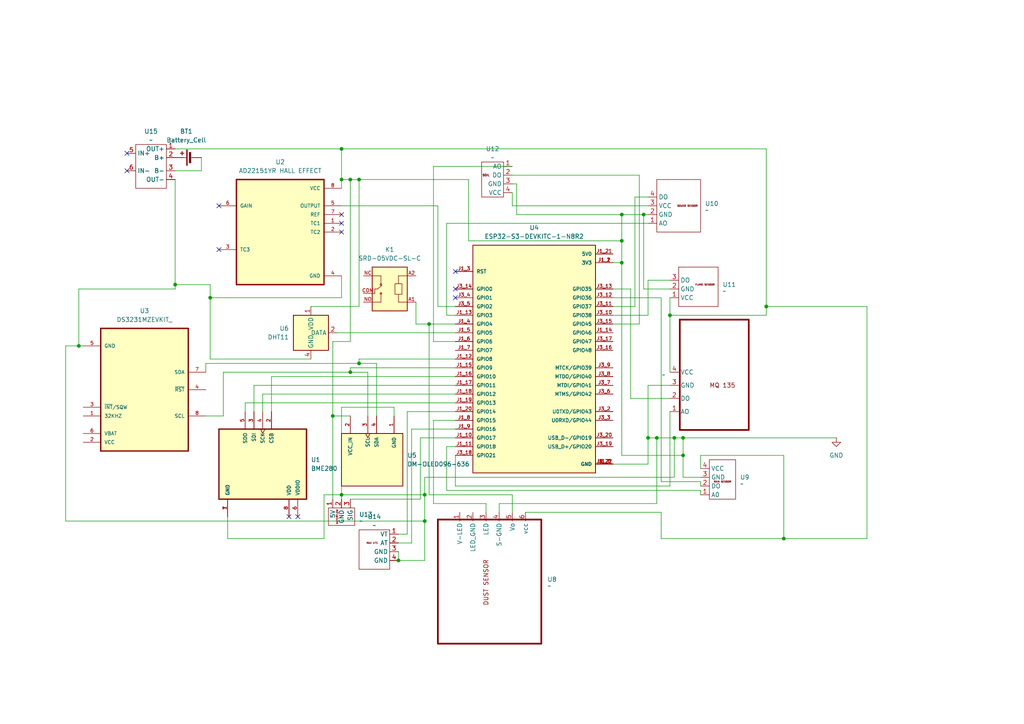
<source format=kicad_sch>
(kicad_sch (version 20231120) (generator "eeschema") (generator_version "8.0")
  (paper "A4")
  (lib_symbols
    (symbol "AD22151YR:AD22151YR" (pin_names (offset 1.016))
      (property "Reference" "U" (at -12.7 16.24 0))
      (property "Value" "AD22151YR" (at -12.7 -19.24 0))
      (symbol "AD22151YR_0_0"
        (rectangle (start -12.7 -15.24) (end 12.7 15.24) (stroke (width 0.41)) (fill (type background)))
        (pin output line (at 17.78 2.54 180) (length 5.08) (name "TC1") (number "1"))
        (pin output line (at 17.78 0 180) (length 5.08) (name "TC2") (number "2"))
        (pin bidirectional line (at -17.78 -5.08 0) (length 5.08) (name "TC3") (number "3"))
        (pin power_in line (at 17.78 -12.7 180) (length 5.08) (name "GND") (number "4"))
        (pin output line (at 17.78 7.62 180) (length 5.08) (name "OUTPUT") (number "5"))
        (pin input line (at -17.78 7.62 0) (length 5.08) (name "GAIN") (number "6"))
        (pin output line (at 17.78 5.08 180) (length 5.08) (name "REF") (number "7"))
        (pin power_in line (at 17.78 12.7 180) (length 5.08) (name "VCC") (number "8"))
      )
    )
    (symbol "BME280:BME280" (pin_names (offset 1.016))
      (property "Reference" "U" (at -10.1662 13.3431 0))
      (property "Value" "BME280" (at -10.1683 -15.2524 0))
      (symbol "BME280_0_0"
        (rectangle (start -10.16 -12.7) (end 10.16 12.7) (stroke (width 0.4064)) (fill (type background)))
        (pin power_in line (at 15.24 -10.16 180) (length 5.08) (name "GND") (number "1"))
        (pin input line (at -15.24 2.54 0) (length 5.08) (name "CSB") (number "2"))
        (pin bidirectional line (at -15.24 -2.54 0) (length 5.08) (name "SDI") (number "3"))
        (pin input clock (at -15.24 0 0) (length 5.08) (name "SCK") (number "4"))
        (pin bidirectional line (at -15.24 -5.08 0) (length 5.08) (name "SDO") (number "5"))
        (pin power_in line (at 15.24 10.16 180) (length 5.08) (name "VDDIO") (number "6"))
        (pin power_in line (at 15.24 -10.16 180) (length 5.08) (name "GND") (number "7"))
        (pin power_in line (at 15.24 7.62 180) (length 5.08) (name "VDD") (number "8"))
      )
    )
    (symbol "DM-OLED096-636:DM-OLED096-636" (pin_names (offset 1.016))
      (property "Reference" "U" (at -7.62 10.922 0))
      (property "Value" "DM-OLED096-636" (at -7.62 -10.16 0))
      (symbol "DM-OLED096-636_0_0"
        (rectangle (start -7.62 -7.62) (end 7.62 10.16) (stroke (width 0.254)) (fill (type background)))
        (pin power_in line (at 12.7 -5.08 180) (length 5.08) (name "GND") (number "1"))
        (pin power_in line (at 12.7 7.62 180) (length 5.08) (name "VCC_IN") (number "2"))
        (pin input clock (at 12.7 2.54 180) (length 5.08) (name "SCL") (number "3"))
        (pin bidirectional line (at 12.7 0 180) (length 5.08) (name "SDA") (number "4"))
      )
    )
    (symbol "DS3231MZEVKIT_:DS3231MZEVKIT_" (pin_names (offset 1.016))
      (property "Reference" "U" (at -12.7 18.78 0))
      (property "Value" "DS3231MZEVKIT_" (at -12.7 -21.78 0))
      (symbol "DS3231MZEVKIT__0_0"
        (rectangle (start -12.7 -17.78) (end 12.7 17.78) (stroke (width 0.41)) (fill (type background)))
        (pin output line (at 17.78 7.62 180) (length 5.08) (name "32KHZ") (number "1"))
        (pin power_in line (at 17.78 15.24 180) (length 5.08) (name "VCC") (number "2"))
        (pin output line (at 17.78 5.08 180) (length 5.08) (name "~{INT}/SQW") (number "3"))
        (pin bidirectional line (at -17.78 0 0) (length 5.08) (name "~{RST}") (number "4"))
        (pin power_in line (at 17.78 -12.7 180) (length 5.08) (name "GND") (number "5"))
        (pin power_in line (at 17.78 12.7 180) (length 5.08) (name "VBAT") (number "6"))
        (pin bidirectional line (at -17.78 -5.08 0) (length 5.08) (name "SDA") (number "7"))
        (pin input line (at -17.78 7.62 0) (length 5.08) (name "SCL") (number "8"))
      )
    )
    (symbol "Device:Battery_Cell" (pin_numbers hide) (pin_names (offset 0) hide)
      (property "Reference" "BT" (at 2.54 2.54 0))
      (property "Value" "Battery_Cell" (at 2.54 0 0))
      (symbol "Battery_Cell_0_1"
        (rectangle (start -2.286 1.778) (end 2.286 1.524) (fill (type outline)))
        (rectangle (start -1.524 1.016) (end 1.524 0.508) (fill (type outline)))
        (polyline (pts (xy 0 0.762) (xy 0 0)))
        (polyline (pts (xy 0 1.778) (xy 0 2.54)))
        (polyline (pts (xy 0.762 3.048) (xy 1.778 3.048)) (stroke (width 0.254)))
        (polyline (pts (xy 1.27 3.556) (xy 1.27 2.54)) (stroke (width 0.254)))
      )
      (symbol "Battery_Cell_1_1"
        (pin passive line (at 0 5.08 270) (length 2.54) (name "+") (number "1"))
        (pin passive line (at 0 -2.54 90) (length 2.54) (name "-") (number "2"))
      )
    )
    (symbol "ESP32-S3-DEVKITC-1-N8R2:ESP32-S3-DEVKITC-1-N8R2" (pin_names (offset 1.016))
      (property "Reference" "U" (at -17.78 35.56 0))
      (property "Value" "ESP32-S3-DEVKITC-1-N8R2" (at -17.78 -35.56 0))
      (symbol "ESP32-S3-DEVKITC-1-N8R2_0_0"
        (rectangle (start -17.78 -33.02) (end 17.78 33.02) (stroke (width 0.254)) (fill (type background)))
        (pin power_in line (at 22.86 27.94 180) (length 5.08) (name "3V3") (number "J1_1"))
        (pin bidirectional line (at -22.86 -22.86 0) (length 5.08) (name "GPIO17") (number "J1_10"))
        (pin bidirectional line (at -22.86 -25.4 0) (length 5.08) (name "GPIO18") (number "J1_11"))
        (pin bidirectional line (at -22.86 0 0) (length 5.08) (name "GPIO8") (number "J1_12"))
        (pin bidirectional line (at -22.86 12.7 0) (length 5.08) (name "GPIO3") (number "J1_13"))
        (pin bidirectional line (at 22.86 7.62 180) (length 5.08) (name "GPIO46") (number "J1_14"))
        (pin bidirectional line (at -22.86 -2.54 0) (length 5.08) (name "GPIO9") (number "J1_15"))
        (pin bidirectional line (at -22.86 -5.08 0) (length 5.08) (name "GPIO10") (number "J1_16"))
        (pin bidirectional line (at -22.86 -7.62 0) (length 5.08) (name "GPIO11") (number "J1_17"))
        (pin bidirectional line (at -22.86 -10.16 0) (length 5.08) (name "GPIO12") (number "J1_18"))
        (pin bidirectional line (at -22.86 -12.7 0) (length 5.08) (name "GPIO13") (number "J1_19"))
        (pin power_in line (at 22.86 27.94 180) (length 5.08) (name "3V3") (number "J1_2"))
        (pin bidirectional line (at -22.86 -15.24 0) (length 5.08) (name "GPIO14") (number "J1_20"))
        (pin power_in line (at 22.86 30.48 180) (length 5.08) (name "5V0") (number "J1_21"))
        (pin power_in line (at 22.86 -30.48 180) (length 5.08) (name "GND") (number "J1_22"))
        (pin input line (at -22.86 25.4 0) (length 5.08) (name "RST") (number "J1_3"))
        (pin bidirectional line (at -22.86 10.16 0) (length 5.08) (name "GPIO4") (number "J1_4"))
        (pin bidirectional line (at -22.86 7.62 0) (length 5.08) (name "GPIO5") (number "J1_5"))
        (pin bidirectional line (at -22.86 5.08 0) (length 5.08) (name "GPIO6") (number "J1_6"))
        (pin bidirectional line (at -22.86 2.54 0) (length 5.08) (name "GPIO7") (number "J1_7"))
        (pin bidirectional line (at -22.86 -17.78 0) (length 5.08) (name "GPIO15") (number "J1_8"))
        (pin bidirectional line (at -22.86 -20.32 0) (length 5.08) (name "GPIO16") (number "J1_9"))
        (pin power_in line (at 22.86 -30.48 180) (length 5.08) (name "GND") (number "J3_1"))
        (pin bidirectional line (at 22.86 12.7 180) (length 5.08) (name "GPIO38") (number "J3_10"))
        (pin bidirectional line (at 22.86 15.24 180) (length 5.08) (name "GPIO37") (number "J3_11"))
        (pin bidirectional line (at 22.86 17.78 180) (length 5.08) (name "GPIO36") (number "J3_12"))
        (pin bidirectional line (at 22.86 20.32 180) (length 5.08) (name "GPIO35") (number "J3_13"))
        (pin bidirectional line (at -22.86 20.32 0) (length 5.08) (name "GPIO0") (number "J3_14"))
        (pin bidirectional line (at 22.86 10.16 180) (length 5.08) (name "GPIO45") (number "J3_15"))
        (pin bidirectional line (at 22.86 2.54 180) (length 5.08) (name "GPIO48") (number "J3_16"))
        (pin bidirectional line (at 22.86 5.08 180) (length 5.08) (name "GPIO47") (number "J3_17"))
        (pin bidirectional line (at -22.86 -27.94 0) (length 5.08) (name "GPIO21") (number "J3_18"))
        (pin bidirectional line (at 22.86 -25.4 180) (length 5.08) (name "USB_D+/GPIO20") (number "J3_19"))
        (pin bidirectional line (at 22.86 -15.24 180) (length 5.08) (name "U0TXD/GPIO43") (number "J3_2"))
        (pin bidirectional line (at 22.86 -22.86 180) (length 5.08) (name "USB_D-/GPIO19") (number "J3_20"))
        (pin power_in line (at 22.86 -30.48 180) (length 5.08) (name "GND") (number "J3_21"))
        (pin power_in line (at 22.86 -30.48 180) (length 5.08) (name "GND") (number "J3_22"))
        (pin bidirectional line (at 22.86 -17.78 180) (length 5.08) (name "U0RXD/GPIO44") (number "J3_3"))
        (pin bidirectional line (at -22.86 17.78 0) (length 5.08) (name "GPIO1") (number "J3_4"))
        (pin bidirectional line (at -22.86 15.24 0) (length 5.08) (name "GPIO2") (number "J3_5"))
        (pin bidirectional line (at 22.86 -10.16 180) (length 5.08) (name "MTMS/GPIO42") (number "J3_6"))
        (pin bidirectional line (at 22.86 -7.62 180) (length 5.08) (name "MTDI/GPIO41") (number "J3_7"))
        (pin bidirectional line (at 22.86 -5.08 180) (length 5.08) (name "MTDO/GPIO40") (number "J3_8"))
        (pin bidirectional line (at 22.86 -2.54 180) (length 5.08) (name "MTCK/GPIO39") (number "J3_9"))
      )
    )
    (symbol "New_Library:DUST_SENSOR"
      (property "Reference" "U8" (at 28.7951 0 90))
      (property "Value" "~" (at 26.89 0 90))
      (symbol "DUST_SENSOR_1_1"
        (rectangle (start 10.16 31.75) (end 46.16 1.75) (stroke (width 0.5)))
        (text "DUST SENSOR\n" (at 27.94 17.78 0) (effects (font (size 1.27 1.27))))
        (pin input line (at 48.26 25.4 180) (length 2.54) (name "V-LED") (number "1"))
        (pin input line (at 48.26 21.59 180) (length 2.54) (name "LED_GND") (number "2"))
        (pin input line (at 48.26 17.78 180) (length 2.54) (name "LED") (number "3"))
        (pin input line (at 48.26 13.97 180) (length 2.54) (name "S-GND") (number "4"))
        (pin input line (at 48.26 10.16 180) (length 2.54) (name "Vo") (number "5"))
        (pin input line (at 48.26 6.35 180) (length 2.54) (name "vcc") (number "6"))
      )
    )
    (symbol "New_Library:FLAME_SENSOR"
      (property "Reference" "U" (at -34.29 0 0))
      (symbol "FLAME_SENSOR_0_1"
        (rectangle (start 0 13.97) (end 11.43 2.54))
      )
      (symbol "FLAME_SENSOR_1_1"
        (text "FLAME SENSOR\n" (at 3.81 7.62 0) (effects (font (size 0.5 0.5))))
        (pin input line (at 13.97 11.43 180) (length 2.54) (name "VCC") (number "1"))
        (pin input line (at 13.97 8.89 180) (length 2.54) (name "GND") (number "2"))
        (pin input line (at 13.97 6.35 180) (length 2.54) (name "DO") (number "3"))
      )
    )
    (symbol "New_Library:MAX_471"
      (property "Reference" "U" (at -12.7 -2.54 0))
      (symbol "MAX_471_0_1"
        (rectangle (start 0 11.43) (end 8.89 0))
      )
      (symbol "MAX_471_1_1"
        (text "MAX 471\n" (at 3.81 7.62 0) (effects (font (size 0.5 0.5))))
        (pin input line (at 11.43 10.16 180) (length 2.54) (name "VT") (number "1"))
        (pin input line (at 11.43 7.62 180) (length 2.54) (name "AT") (number "2"))
        (pin input line (at 11.43 5.08 180) (length 2.54) (name "GND") (number "3"))
        (pin input line (at 11.43 2.54 180) (length 2.54) (name "GND") (number "4"))
      )
    )
    (symbol "New_Library:RAIN_SENSOR"
      (property "Reference" "U" (at -20.32 2.54 0))
      (symbol "RAIN_SENSOR_0_1"
        (rectangle (start 0 11.43) (end 7.62 0))
      )
      (symbol "RAIN_SENSOR_1_1"
        (text "RAIN SENSOR\n" (at 3.81 6.35 0) (effects (font (size 0.5 0.5))))
        (pin input line (at 10.16 10.16 180) (length 2.54) (name "A0") (number "1"))
        (pin input line (at 10.16 7.62 180) (length 2.54) (name "DO") (number "2"))
        (pin input line (at 10.16 5.08 180) (length 2.54) (name "GND") (number "3"))
        (pin input line (at 10.16 2.54 180) (length 2.54) (name "VCC") (number "4"))
      )
    )
    (symbol "New_Library:SOIL_MOISTURE"
      (property "Reference" "U" (at -3.81 -1.27 0))
      (symbol "SOIL_MOISTURE_0_1"
        (rectangle (start 0 10.16) (end 6.35 0))
      )
      (symbol "SOIL_MOISTURE_1_1"
        (text "SOIL" (at 1.27 6.35 0) (effects (font (size 0.6 0.6))))
        (pin input line (at 8.89 8.89 180) (length 2.54) (name "AO") (number "1"))
        (pin input line (at 8.89 6.35 180) (length 2.54) (name "DO") (number "2"))
        (pin input line (at 8.89 3.81 180) (length 2.54) (name "GND") (number "3"))
        (pin input line (at 8.89 1.27 180) (length 2.54) (name "VCC") (number "4"))
      )
    )
    (symbol "New_Library:SOUND_SENSOR"
      (property "Reference" "U" (at -13.97 -2.54 0))
      (symbol "SOUND_SENSOR_0_1"
        (rectangle (start 0 0) (end 12.7 15.24))
      )
      (symbol "SOUND_SENSOR_1_1"
        (text "SOUND SENSOR\n" (at 3.81 7.62 0) (effects (font (size 0.5 0.5))))
        (pin input line (at 15.24 12.7 180) (length 2.54) (name "AO") (number "1"))
        (pin input line (at 15.24 10.16 180) (length 2.54) (name "GND") (number "2"))
        (pin input line (at 15.24 7.62 180) (length 2.54) (name "VCC") (number "3"))
        (pin input line (at 15.24 5.08 180) (length 2.54) (name "DO") (number "4"))
      )
    )
    (symbol "New_Library:TP_4056"
      (property "Reference" "U" (at -11.43 -6.35 0))
      (symbol "TP_4056_0_1"
        (rectangle (start 0 0) (end 8.89 12.7))
      )
      (symbol "TP_4056_1_1"
        (pin input line (at 11.43 11.43 180) (length 2.54) (name "OUT+") (number "1"))
        (pin input line (at 11.43 8.89 180) (length 2.54) (name "B+") (number "2"))
        (pin input line (at 11.43 5.08 180) (length 2.54) (name "B-") (number "3"))
        (pin input line (at 11.43 2.54 180) (length 2.54) (name "OUT-") (number "4"))
        (pin input line (at -2.54 10.16 0) (length 2.54) (name "IN+") (number "5"))
        (pin input line (at -2.54 5.08 0) (length 2.54) (name "IN-") (number "6"))
      )
    )
    (symbol "New_Library:WATERFLOW"
      (property "Reference" "U" (at -8.89 -6.35 0))
      (symbol "WATERFLOW_0_1"
        (rectangle (start 0 7.62) (end 5.08 0))
      )
      (symbol "WATERFLOW_1_1"
        (text "WATERFLOW" (at 2.54 5.08 0) (effects (font (size 0.5 0.5))))
        (pin input line (at 7.62 6.35 180) (length 2.54) (name "5V") (number "1"))
        (pin input line (at 7.62 3.81 180) (length 2.54) (name "GND") (number "2"))
        (pin input line (at 7.62 1.27 180) (length 2.54) (name "SIG") (number "3"))
      )
    )
    (symbol "New_Library:mq135"
      (property "Value" "~" (at 24.13 16 0))
      (symbol "mq135_0_1"
        (rectangle (start 0 32) (end 20 0) (stroke (width 0.5)))
      )
      (symbol "mq135_1_1"
        (text "MQ 135\n" (at 7.62 19.05 0) (effects (font (size 1.27 1.27))))
        (pin input line (at 22.86 26.67 180) (length 2.54) (name "AO") (number "1"))
        (pin input line (at 22.86 22.86 180) (length 2.54) (name "DO") (number "2"))
        (pin input line (at 22.86 19.05 180) (length 2.54) (name "GND") (number "3"))
        (pin input line (at 22.86 15.24 180) (length 2.54) (name "VCC") (number "4"))
      )
    )
    (symbol "SRD-05VDC-SL-C:SRD-05VDC-SL-C" (pin_names (offset 1.016))
      (property "Reference" "K" (at -5.0809 5.843 0))
      (property "Value" "SRD-05VDC-SL-C" (at -5.0832 -10.1664 0))
      (symbol "SRD-05VDC-SL-C_0_0"
        (rectangle (start -5.08 -7.62) (end 5.08 5.08) (stroke (width 0.254)) (fill (type background)))
        (polyline (pts (xy -5.08 2.54) (xy -2.54 2.54)) (stroke (width 0.1524)))
        (polyline (pts (xy -3.556 -2.794) (xy -2.54 -2.794)) (stroke (width 0.1524)))
        (polyline (pts (xy -3.556 0.254) (xy -3.556 -2.794)) (stroke (width 0.1524)))
        (polyline (pts (xy -2.54 -5.08) (xy -5.08 -5.08)) (stroke (width 0.1524)))
        (polyline (pts (xy -2.54 -2.794) (xy -2.54 -5.08)) (stroke (width 0.1524)))
        (polyline (pts (xy -2.54 -2.794) (xy -1.524 -2.794)) (stroke (width 0.1524)))
        (polyline (pts (xy -2.54 0.254) (xy -3.556 0.254)) (stroke (width 0.1524)))
        (polyline (pts (xy -2.54 2.54) (xy -2.54 0.254)) (stroke (width 0.1524)))
        (polyline (pts (xy -1.524 -2.794) (xy -1.524 0.254)) (stroke (width 0.1524)))
        (polyline (pts (xy -1.524 0.254) (xy -2.54 0.254)) (stroke (width 0.1524)))
        (polyline (pts (xy 2.54 -5.08) (xy 5.08 -5.08)) (stroke (width 0.1524)))
        (polyline (pts (xy 2.54 -2.54) (xy 2.54 -5.08)) (stroke (width 0.1524)))
        (polyline (pts (xy 2.54 2.54) (xy 2.54 0)) (stroke (width 0.1524)))
        (polyline (pts (xy 3.556 -1.27) (xy 2.286 -2.286)) (stroke (width 0.1524)))
        (polyline (pts (xy 3.556 -1.27) (xy 4.318 -1.27)) (stroke (width 0.1524)))
        (polyline (pts (xy 4.318 -1.27) (xy 4.318 0)) (stroke (width 0.1524)))
        (polyline (pts (xy 4.318 0) (xy 5.08 0)) (stroke (width 0.1524)))
        (polyline (pts (xy 5.08 2.54) (xy 2.54 2.54)) (stroke (width 0.1524)))
        (circle (center 2.54 -2.54) (radius 0.254) (stroke (width 0.1524)))
        (circle (center 2.54 0) (radius 0.254) (stroke (width 0.1524)))
        (pin passive line (at -7.62 2.54 0) (length 2.54) (name "~") (number "A1"))
        (pin passive line (at -7.62 -5.08 0) (length 2.54) (name "~") (number "A2"))
        (pin passive line (at 7.62 0 180) (length 2.54) (name "~") (number "COM"))
        (pin passive line (at 7.62 -5.08 180) (length 2.54) (name "~") (number "NC"))
        (pin passive line (at 7.62 2.54 180) (length 2.54) (name "~") (number "NO"))
      )
    )
    (symbol "Sensor:DHT11"
      (property "Reference" "U" (at -3.81 6.35 0))
      (property "Value" "DHT11" (at 3.81 6.35 0))
      (symbol "DHT11_0_1"
        (rectangle (start -5.08 5.08) (end 5.08 -5.08) (stroke (width 0.254)) (fill (type background)))
      )
      (symbol "DHT11_1_1"
        (pin power_in line (at 0 7.62 270) (length 2.54) (name "VDD") (number "1"))
        (pin bidirectional line (at 7.62 0 180) (length 2.54) (name "DATA") (number "2"))
        (pin no_connect line (at -5.08 0 0) (length 2.54) hide (name "NC") (number "3"))
        (pin power_in line (at 0 -7.62 90) (length 2.54) (name "GND") (number "4"))
      )
    )
    (symbol "power:GND" (power) (pin_numbers hide) (pin_names (offset 0) hide)
      (property "Value" "GND" (at 0 -3.81 0))
      (symbol "GND_0_1"
        (polyline (pts (xy 0 0) (xy 0 -1.27) (xy 1.27 -1.27) (xy 0 -2.54) (xy -1.27 -1.27) (xy 0 -1.27)))
      )
      (symbol "GND_1_1"
        (pin power_in line (at 0 0 270) (length 0) (name "~") (number "1"))
      )
    )
  )
  (junction (at 104.14 52.07))
  (junction (at 99.06 43.18))
  (junction (at 124.46 93.98))
  (junction (at 96.52 120.65))
  (junction (at 99.06 143.51))
  (junction (at 115.57 162.56))
  (junction (at 180.34 69.85))
  (junction (at 104.14 105.41))
  (junction (at 60.96 86.36))
  (junction (at 123.19 143.51))
  (junction (at 22.86 100.33))
  (junction (at 186.69 62.23))
  (junction (at 187.96 127))
  (junction (at 101.6 52.07))
  (junction (at 123.19 151.13))
  (junction (at 180.34 62.23))
  (junction (at 99.06 52.07))
  (junction (at 195.58 127))
  (junction (at 222.25 88.9))
  (junction (at 190.5 127))
  (junction (at 101.6 107.95))
  (junction (at 180.34 76.2))
  (junction (at 50.8 82.55))
  (junction (at 227.33 156.21))
  (junction (at 194.31 91.44))
  (junction (at 198.12 132.08))
  (junction (at 198.12 127))
  (no_connect (at 36.83 44.45))
  (no_connect (at 36.83 49.53))
  (no_connect (at 132.08 78.74))
  (no_connect (at 99.06 62.23))
  (no_connect (at 99.06 64.77))
  (no_connect (at 63.5 59.69))
  (no_connect (at 132.08 83.82))
  (no_connect (at 63.5 72.39))
  (no_connect (at 99.06 67.31))
  (no_connect (at 132.08 86.36))
  (no_connect (at 86.36 149.86))
  (no_connect (at 83.82 149.86))
  (wire (pts (xy 185.42 50.8) (xy 185.42 93.98)))
  (wire (pts (xy 194.31 91.44) (xy 222.25 91.44)))
  (wire (pts (xy 125.73 48.26) (xy 125.73 99.06)))
  (wire (pts (xy 198.12 132.08) (xy 198.12 127)))
  (wire (pts (xy 127 59.69) (xy 99.06 59.69)))
  (wire (pts (xy 90.17 104.14) (xy 60.96 104.14)))
  (wire (pts (xy 96.52 120.65) (xy 96.52 99.06)))
  (wire (pts (xy 99.06 118.11) (xy 99.06 143.51)))
  (wire (pts (xy 50.8 43.18) (xy 99.06 43.18)))
  (wire (pts (xy 129.54 129.54) (xy 129.54 142.24)))
  (wire (pts (xy 182.88 115.57) (xy 182.88 83.82)))
  (wire (pts (xy 96.52 99.06) (xy 101.6 99.06)))
  (wire (pts (xy 203.2 142.24) (xy 203.2 143.51)))
  (wire (pts (xy 203.2 135.89) (xy 203.2 132.08)))
  (wire (pts (xy 194.31 81.28) (xy 187.96 81.28)))
  (wire (pts (xy 195.58 127) (xy 198.12 127)))
  (wire (pts (xy 125.73 99.06) (xy 132.08 99.06)))
  (wire (pts (xy 203.2 138.43) (xy 198.12 138.43)))
  (wire (pts (xy 187.96 127) (xy 190.5 127)))
  (wire (pts (xy 227.33 156.21) (xy 251.46 156.21)))
  (wire (pts (xy 71.12 116.84) (xy 71.12 119.38)))
  (wire (pts (xy 19.05 100.33) (xy 19.05 151.13)))
  (wire (pts (xy 132.08 109.22) (xy 78.74 109.22)))
  (wire (pts (xy 97.79 96.52) (xy 132.08 96.52)))
  (wire (pts (xy 124.46 93.98) (xy 124.46 143.51)))
  (wire (pts (xy 177.8 88.9) (xy 184.15 88.9)))
  (wire (pts (xy 118.11 154.94) (xy 115.57 154.94)))
  (wire (pts (xy 66.04 156.21) (xy 93.98 156.21)))
  (wire (pts (xy 194.31 140.97) (xy 194.31 119.38)))
  (wire (pts (xy 50.8 83.82) (xy 22.86 83.82)))
  (wire (pts (xy 114.3 118.11) (xy 99.06 118.11)))
  (wire (pts (xy 177.8 83.82) (xy 182.88 83.82)))
  (wire (pts (xy 123.19 162.56) (xy 123.19 151.13)))
  (wire (pts (xy 58.42 49.53) (xy 50.8 49.53)))
  (wire (pts (xy 132.08 121.92) (xy 125.73 121.92)))
  (wire (pts (xy 132.08 140.97) (xy 194.31 140.97)))
  (wire (pts (xy 101.6 52.07) (xy 104.14 52.07)))
  (wire (pts (xy 109.22 105.41) (xy 104.14 105.41)))
  (wire (pts (xy 185.42 93.98) (xy 177.8 93.98)))
  (wire (pts (xy 132.08 91.44) (xy 129.54 91.44)))
  (wire (pts (xy 19.05 151.13) (xy 123.19 151.13)))
  (wire (pts (xy 222.25 91.44) (xy 222.25 88.9)))
  (wire (pts (xy 99.06 52.07) (xy 101.6 52.07)))
  (wire (pts (xy 99.06 80.01) (xy 99.06 86.36)))
  (wire (pts (xy 121.92 127) (xy 121.92 144.78)))
  (wire (pts (xy 104.14 104.14) (xy 104.14 105.41)))
  (wire (pts (xy 99.06 52.07) (xy 99.06 54.61)))
  (wire (pts (xy 251.46 88.9) (xy 222.25 88.9)))
  (wire (pts (xy 144.78 148.59) (xy 144.78 146.05)))
  (wire (pts (xy 123.19 143.51) (xy 123.19 138.43)))
  (wire (pts (xy 99.06 86.36) (xy 60.96 86.36)))
  (wire (pts (xy 127 88.9) (xy 127 59.69)))
  (wire (pts (xy 195.58 138.43) (xy 195.58 127)))
  (wire (pts (xy 106.68 107.95) (xy 101.6 107.95)))
  (wire (pts (xy 129.54 64.77) (xy 187.96 64.77)))
  (wire (pts (xy 191.77 139.7) (xy 203.2 139.7)))
  (wire (pts (xy 132.08 93.98) (xy 124.46 93.98)))
  (wire (pts (xy 50.8 52.07) (xy 50.8 82.55)))
  (wire (pts (xy 132.08 129.54) (xy 129.54 129.54)))
  (wire (pts (xy 125.73 121.92) (xy 125.73 146.05)))
  (wire (pts (xy 78.74 109.22) (xy 78.74 119.38)))
  (wire (pts (xy 194.31 86.36) (xy 194.31 91.44)))
  (wire (pts (xy 251.46 156.21) (xy 251.46 88.9)))
  (wire (pts (xy 93.98 143.51) (xy 99.06 143.51)))
  (wire (pts (xy 106.68 107.95) (xy 106.68 120.65)))
  (wire (pts (xy 222.25 43.18) (xy 99.06 43.18)))
  (wire (pts (xy 96.52 144.78) (xy 96.52 120.65)))
  (wire (pts (xy 194.31 115.57) (xy 182.88 115.57)))
  (wire (pts (xy 129.54 142.24) (xy 203.2 142.24)))
  (wire (pts (xy 184.15 57.15) (xy 184.15 88.9)))
  (wire (pts (xy 104.14 105.41) (xy 59.69 105.41)))
  (wire (pts (xy 104.14 52.07) (xy 135.89 52.07)))
  (wire (pts (xy 186.69 62.23) (xy 186.69 83.82)))
  (wire (pts (xy 190.5 127) (xy 195.58 127)))
  (wire (pts (xy 180.34 76.2) (xy 177.8 76.2)))
  (wire (pts (xy 22.86 83.82) (xy 22.86 100.33)))
  (wire (pts (xy 93.98 156.21) (xy 93.98 143.51)))
  (wire (pts (xy 76.2 114.3) (xy 76.2 119.38)))
  (wire (pts (xy 187.96 91.44) (xy 177.8 91.44)))
  (wire (pts (xy 194.31 91.44) (xy 194.31 107.95)))
  (wire (pts (xy 149.86 53.34) (xy 148.59 53.34)))
  (wire (pts (xy 222.25 88.9) (xy 222.25 43.18)))
  (wire (pts (xy 109.22 105.41) (xy 109.22 120.65)))
  (wire (pts (xy 149.86 62.23) (xy 149.86 53.34)))
  (wire (pts (xy 132.08 104.14) (xy 104.14 104.14)))
  (wire (pts (xy 187.96 62.23) (xy 186.69 62.23)))
  (wire (pts (xy 187.96 111.76) (xy 187.96 127)))
  (wire (pts (xy 180.34 62.23) (xy 180.34 69.85)))
  (wire (pts (xy 118.11 119.38) (xy 118.11 154.94)))
  (wire (pts (xy 132.08 132.08) (xy 132.08 140.97)))
  (wire (pts (xy 71.12 116.84) (xy 132.08 116.84)))
  (wire (pts (xy 90.17 88.9) (xy 104.14 88.9)))
  (wire (pts (xy 132.08 119.38) (xy 118.11 119.38)))
  (wire (pts (xy 180.34 62.23) (xy 149.86 62.23)))
  (wire (pts (xy 203.2 132.08) (xy 227.33 132.08)))
  (wire (pts (xy 177.8 134.62) (xy 187.96 134.62)))
  (wire (pts (xy 115.57 162.56) (xy 123.19 162.56)))
  (wire (pts (xy 187.96 57.15) (xy 184.15 57.15)))
  (wire (pts (xy 227.33 132.08) (xy 227.33 156.21)))
  (wire (pts (xy 64.77 107.95) (xy 64.77 120.65)))
  (wire (pts (xy 120.65 93.98) (xy 120.65 87.63)))
  (wire (pts (xy 148.59 59.69) (xy 187.96 59.69)))
  (wire (pts (xy 132.08 88.9) (xy 127 88.9)))
  (wire (pts (xy 129.54 91.44) (xy 129.54 64.77)))
  (wire (pts (xy 148.59 143.51) (xy 148.59 148.59)))
  (wire (pts (xy 60.96 86.36) (xy 60.96 82.55)))
  (wire (pts (xy 60.96 82.55) (xy 50.8 82.55)))
  (wire (pts (xy 177.8 86.36) (xy 191.77 86.36)))
  (wire (pts (xy 132.08 106.68) (xy 101.6 106.68)))
  (wire (pts (xy 114.3 120.65) (xy 114.3 118.11)))
  (wire (pts (xy 58.42 45.72) (xy 58.42 49.53)))
  (wire (pts (xy 180.34 132.08) (xy 198.12 132.08)))
  (wire (pts (xy 203.2 139.7) (xy 203.2 140.97)))
  (wire (pts (xy 180.34 69.85) (xy 180.34 76.2)))
  (wire (pts (xy 99.06 143.51) (xy 99.06 144.78)))
  (wire (pts (xy 132.08 127) (xy 121.92 127)))
  (wire (pts (xy 64.77 120.65) (xy 59.69 120.65)))
  (wire (pts (xy 73.66 111.76) (xy 73.66 119.38)))
  (wire (pts (xy 191.77 156.21) (xy 227.33 156.21)))
  (wire (pts (xy 104.14 88.9) (xy 104.14 52.07)))
  (wire (pts (xy 119.38 124.46) (xy 119.38 157.48)))
  (wire (pts (xy 198.12 127) (xy 242.57 127)))
  (wire (pts (xy 187.96 134.62) (xy 187.96 127)))
  (wire (pts (xy 124.46 143.51) (xy 148.59 143.51)))
  (wire (pts (xy 132.08 111.76) (xy 73.66 111.76)))
  (wire (pts (xy 148.59 55.88) (xy 148.59 59.69)))
  (wire (pts (xy 125.73 146.05) (xy 140.97 146.05)))
  (wire (pts (xy 50.8 82.55) (xy 50.8 83.82)))
  (wire (pts (xy 180.34 76.2) (xy 180.34 132.08)))
  (wire (pts (xy 148.59 50.8) (xy 185.42 50.8)))
  (wire (pts (xy 101.6 52.07) (xy 101.6 99.06)))
  (wire (pts (xy 96.52 120.65) (xy 101.6 120.65)))
  (wire (pts (xy 144.78 146.05) (xy 190.5 146.05)))
  (wire (pts (xy 132.08 124.46) (xy 119.38 124.46)))
  (wire (pts (xy 152.4 148.59) (xy 191.77 148.59)))
  (wire (pts (xy 123.19 151.13) (xy 123.19 143.51)))
  (wire (pts (xy 198.12 138.43) (xy 198.12 132.08)))
  (wire (pts (xy 135.89 69.85) (xy 180.34 69.85)))
  (wire (pts (xy 99.06 143.51) (xy 123.19 143.51)))
  (wire (pts (xy 22.86 100.33) (xy 19.05 100.33)))
  (wire (pts (xy 191.77 148.59) (xy 191.77 156.21)))
  (wire (pts (xy 190.5 146.05) (xy 190.5 127)))
  (wire (pts (xy 119.38 157.48) (xy 115.57 157.48)))
  (wire (pts (xy 132.08 114.3) (xy 76.2 114.3)))
  (wire (pts (xy 24.13 100.33) (xy 22.86 100.33)))
  (wire (pts (xy 135.89 52.07) (xy 135.89 69.85)))
  (wire (pts (xy 59.69 105.41) (xy 59.69 107.95)))
  (wire (pts (xy 187.96 81.28) (xy 187.96 91.44)))
  (wire (pts (xy 101.6 106.68) (xy 101.6 107.95)))
  (wire (pts (xy 148.59 48.26) (xy 125.73 48.26)))
  (wire (pts (xy 99.06 43.18) (xy 99.06 52.07)))
  (wire (pts (xy 115.57 160.02) (xy 115.57 162.56)))
  (wire (pts (xy 66.04 149.86) (xy 66.04 156.21)))
  (wire (pts (xy 186.69 62.23) (xy 180.34 62.23)))
  (wire (pts (xy 186.69 83.82) (xy 194.31 83.82)))
  (wire (pts (xy 123.19 138.43) (xy 195.58 138.43)))
  (wire (pts (xy 191.77 86.36) (xy 191.77 139.7)))
  (wire (pts (xy 140.97 146.05) (xy 140.97 148.59)))
  (wire (pts (xy 121.92 144.78) (xy 101.6 144.78)))
  (wire (pts (xy 60.96 104.14) (xy 60.96 86.36)))
  (wire (pts (xy 194.31 111.76) (xy 187.96 111.76)))
  (wire (pts (xy 101.6 107.95) (xy 64.77 107.95)))
  (wire (pts (xy 124.46 93.98) (xy 120.65 93.98)))
  (symbol (lib_id "SRD-05VDC-SL-C:SRD-05VDC-SL-C") (at 113.03 85.09 180) (unit 1)
    (property "Reference" "K1" (at 113.03 72.39 0))
    (property "Value" "SRD-05VDC-SL-C" (at 113.03 74.93 0))
    (property "Footprint" "SRD-05VDC-SL-C:RELAY_SRD-05VDC-SL-C" (effects (hide yes)))
    (property "MF" "Songle Relay" (effects (hide yes)))
    (property "Description_1" "\n                        \n                            5V Trigger Relay Module For Arduino And Raspberry Pi 5V Trigger Relay Module For Arduino And Raspberry Pi\n                        \n" (effects (hide yes)))
    (property "Package" "NON STANDARD-5 Songle Relay" (effects (hide yes)))
    (property "Price" "None" (effects (hide yes)))
    (property "Check_prices" "https://www.snapeda.com/parts/SRD-05VDC-SL-C/Songle+Relay/view-part/?ref=eda" (effects (hide yes)))
    (property "STANDARD" "IPC-7251" (effects (hide yes)))
    (property "SnapEDA_Link" "https://www.snapeda.com/parts/SRD-05VDC-SL-C/Songle+Relay/view-part/?ref=snap" (effects (hide yes)))
    (property "MP" "SRD-05VDC-SL-C" (effects (hide yes)))
    (property "Availability" "In Stock" (effects (hide yes)))
    (property "MANUFACTURER" "SONGLE RELAY" (effects (hide yes)))
  )
  (symbol (lib_id "New_Library:FLAME_SENSOR") (at 208.28 74.93 180) (unit 1)
    (property "Reference" "U11" (at 209.55 82.5499 0) (effects (justify right)))
    (property "Value" "~" (at 209.55 84.455 0) (effects (justify right)))
  )
  (symbol (lib_id "Device:Battery_Cell") (at 55.88 45.72 90) (unit 1)
    (property "Reference" "BT1" (at 54.0385 38.1 90))
    (property "Value" "Battery_Cell" (at 54.0385 40.64 90))
    (property "Description" "Single-cell battery" (effects (hide yes)))
  )
  (symbol (lib_id "New_Library:SOUND_SENSOR") (at 203.2 52.07 180) (unit 1)
    (property "Reference" "U10" (at 204.47 59.0549 0) (effects (justify right)))
    (property "Value" "~" (at 204.47 60.96 0) (effects (justify right)))
  )
  (symbol (lib_id "New_Library:SOIL_MOISTURE") (at 139.7 57.15 0) (unit 1)
    (property "Reference" "U12" (at 142.875 43.18 0))
    (property "Value" "~" (at 142.875 45.72 0))
  )
  (symbol (lib_id "BME280:BME280") (at 76.2 134.62 270) (unit 1)
    (property "Reference" "U1" (at 90.17 133.3499 90) (effects (justify left)))
    (property "Value" "BME280" (at 90.17 135.8899 90) (effects (justify left)))
    (property "Footprint" "BME280:PSON65P250X250X100-8N" (effects (hide yes)))
    (property "MF" "Bosch" (effects (hide yes)))
    (property "DESCRIPTION" "Integrated pressure, humidity and temperature sensor; 8-pin 2.5x2.5x0.93mm LGA" (effects (hide yes)))
    (property "PACKAGE" "LGA-8 Bosch" (effects (hide yes)))
    (property "PRICE" "4.94 USD" (effects (hide yes)))
    (property "Package" "LGA-8 Bosch" (effects (hide yes)))
    (property "Check_prices" "https://www.snapeda.com/parts/BME280/Bosch/view-part/?ref=eda" (effects (hide yes)))
    (property "STANDARD" "IPC-7351B" (effects (hide yes)))
    (property "SnapEDA_Link" "https://www.snapeda.com/parts/BME280/Bosch/view-part/?ref=snap" (effects (hide yes)))
    (property "MP" "BME280" (effects (hide yes)))
    (property "Price" "None" (effects (hide yes)))
    (property "Availability" "In Stock" (effects (hide yes)))
    (property "AVAILABILITY" "Good" (effects (hide yes)))
    (property "Description_1" "\n                        \n                            Board Mount Humidity Sensors MEMS humidity, pressure and temperature sensor\n                        \n" (effects (hide yes)))
  )
  (symbol (lib_id "DS3231MZEVKIT_:DS3231MZEVKIT_") (at 41.91 113.03 180) (unit 1)
    (property "Reference" "U3" (at 41.91 90.17 0))
    (property "Value" "DS3231MZEVKIT_" (at 41.91 92.71 0))
    (property "Footprint" "DS3231MZEVKIT_:SOIC127P600X175-8N" (effects (hide yes)))
    (property "MF" "Analog Devices" (effects (hide yes)))
    (property "Description_1" "\n                        \n                            DS3231M - Real Time Clock (RTC) Timing Evaluation Board\n                        \n" (effects (hide yes)))
    (property "Package" "SOIC-8 Maxim" (effects (hide yes)))
    (property "Price" "None" (effects (hide yes)))
    (property "SnapEDA_Link" "https://www.snapeda.com/parts/DS3231MZEVKIT%23/Analog+Devices/view-part/?ref=snap" (effects (hide yes)))
    (property "MP" "DS3231MZEVKIT#" (effects (hide yes)))
    (property "Availability" "In Stock" (effects (hide yes)))
    (property "Check_prices" "https://www.snapeda.com/parts/DS3231MZEVKIT%23/Analog+Devices/view-part/?ref=eda" (effects (hide yes)))
  )
  (symbol (lib_id "New_Library:TP_4056") (at 39.37 54.61 0) (unit 1)
    (property "Reference" "U15" (at 43.815 38.1 0))
    (property "Value" "~" (at 43.815 40.64 0))
  )
  (symbol (lib_id "DM-OLED096-636:DM-OLED096-636") (at 109.22 133.35 90) (unit 1)
    (property "Reference" "U5" (at 118.11 132.0799 90) (effects (justify right)))
    (property "Value" "DM-OLED096-636" (at 118.11 134.6199 90) (effects (justify right)))
    (property "Footprint" "DM-OLED096-636:MODULE_DM-OLED096-636" (effects (hide yes)))
    (property "MF" "Display Module" (effects (hide yes)))
    (property "MAXIMUM_PACKAGE_HEIGHT" "11.3 mm" (effects (hide yes)))
    (property "Package" "Package" (effects (hide yes)))
    (property "Price" "None" (effects (hide yes)))
    (property "Check_prices" "https://www.snapeda.com/parts/DM-OLED096-636/Display+Module/view-part/?ref=eda" (effects (hide yes)))
    (property "STANDARD" "Manufacturer Recommendations" (effects (hide yes)))
    (property "PARTREV" "2018-09-10" (effects (hide yes)))
    (property "SnapEDA_Link" "https://www.snapeda.com/parts/DM-OLED096-636/Display+Module/view-part/?ref=snap" (effects (hide yes)))
    (property "MP" "DM-OLED096-636" (effects (hide yes)))
    (property "Description_1" "\n                        \n                            0.96” 128 X 64 MONOCHROME GRAPHIC OLED DISPLAY MODULE - I2C\n                        \n" (effects (hide yes)))
    (property "Availability" "Not in stock" (effects (hide yes)))
    (property "MANUFACTURER" "Displaymodule" (effects (hide yes)))
  )
  (symbol (lib_id "ESP32-S3-DEVKITC-1-N8R2:ESP32-S3-DEVKITC-1-N8R2") (at 154.94 104.14 0) (unit 1)
    (property "Reference" "U4" (at 154.94 66.04 0))
    (property "Value" "ESP32-S3-DEVKITC-1-N8R2" (at 154.94 68.58 0))
    (property "Footprint" "ESP32-S3-DEVKITC-1-N8R2:XCVR_ESP32-S3-DEVKITC-1-N8R2" (effects (hide yes)))
    (property "MF" "Espressif Systems" (effects (hide yes)))
    (property "Description_1" "\n                        \n                            WiFi Development Tools - 802.11 ESP32-S3 general-purpose development board, embeds ESP32-S3-WROOM-1-N8R2, with pin header\n                        \n" (effects (hide yes)))
    (property "Package" "None" (effects (hide yes)))
    (property "Price" "None" (effects (hide yes)))
    (property "Check_prices" "https://www.snapeda.com/parts/ESP32-S3-DEVKITC-1-N8R2/Espressif+Systems/view-part/?ref=eda" (effects (hide yes)))
    (property "STANDARD" "Manufacturer Recommendations" (effects (hide yes)))
    (property "PARTREV" "V1" (effects (hide yes)))
    (property "SnapEDA_Link" "https://www.snapeda.com/parts/ESP32-S3-DEVKITC-1-N8R2/Espressif+Systems/view-part/?ref=snap" (effects (hide yes)))
    (property "MP" "ESP32-S3-DEVKITC-1-N8R2" (effects (hide yes)))
    (property "Availability" "In Stock" (effects (hide yes)))
    (property "MANUFACTURER" "Espressif" (effects (hide yes)))
  )
  (symbol (lib_id "New_Library:MAX_471") (at 104.14 165.1 0) (unit 1)
    (property "Reference" "U14" (at 108.585 149.86 0))
    (property "Value" "~" (at 108.585 152.4 0))
  )
  (symbol (lib_id "New_Library:WATERFLOW") (at 102.87 152.4 90) (unit 1)
    (property "Reference" "U13" (at 104.14 149.2249 90) (effects (justify right)))
    (property "Value" "~" (at 104.14 151.13 90) (effects (justify right)))
  )
  (symbol (lib_id "Sensor:DHT11") (at 90.17 96.52 0) (unit 1)
    (property "Reference" "U6" (at 83.82 95.2499 0) (effects (justify right)))
    (property "Value" "DHT11" (at 83.82 97.7899 0) (effects (justify right)))
    (property "Footprint" "Sensor:Aosong_DHT11_5.5x12.0_P2.54mm" (effects (hide yes)))
    (property "Datasheet" "http://akizukidenshi.com/download/ds/aosong/DHT11.pdf" (effects (hide yes)))
    (property "Description" "3.3V to 5.5V, temperature and humidity module, DHT11" (effects (hide yes)))
  )
  (symbol (lib_id "New_Library:mq135") (at 217.17 92.71 180) (unit 1)
    (property "Reference" "U7" (effects (hide yes)))
    (property "Value" "~" (at 193.04 108.71 0) (effects (justify left)))
  )
  (symbol (lib_id "AD22151YR:AD22151YR") (at 81.28 67.31 0) (unit 1)
    (property "Reference" "U2" (at 81.28 46.99 0))
    (property "Value" "AD22151YR HALL EFFECT" (at 81.28 49.53 0))
    (property "Footprint" "AD22151YR:SOIC127P600X175-8N" (effects (hide yes)))
    (property "MF" "Analog Devices" (effects (hide yes)))
    (property "Description_1" "\n                        \n                            Hall Effect Sensor Single Axis 8-SOIC\n                        \n" (effects (hide yes)))
    (property "Package" "SOIC-8 Analog Devices" (effects (hide yes)))
    (property "Price" "None" (effects (hide yes)))
    (property "SnapEDA_Link" "https://www.snapeda.com/parts/AD22151YR/Analog+Devices/view-part/?ref=snap" (effects (hide yes)))
    (property "MP" "AD22151YR" (effects (hide yes)))
    (property "Availability" "In Stock" (effects (hide yes)))
    (property "Check_prices" "https://www.snapeda.com/parts/AD22151YR/Analog+Devices/view-part/?ref=eda" (effects (hide yes)))
  )
  (symbol (lib_id "power:GND") (at 242.57 127 0) (unit 1)
    (property "Reference" "#PWR01" (effects (hide yes)))
    (property "Value" "GND" (at 242.57 132.08 0))
    (property "Description" "Power symbol creates a global label with name \"GND\" , ground" (effects (hide yes)))
  )
  (symbol (lib_id "New_Library:RAIN_SENSOR") (at 213.36 133.35 180) (unit 1)
    (property "Reference" "U9" (at 214.63 138.4299 0) (effects (justify right)))
    (property "Value" "~" (at 214.63 140.335 0) (effects (justify right)))
  )
  (symbol (lib_id "New_Library:DUST_SENSOR") (at 158.75 196.85 90) (unit 1)
    (property "Reference" "U8" (at 158.75 168.0549 90) (effects (justify right)))
    (property "Value" "~" (at 158.75 169.96 90) (effects (justify right)))
  )
)
</source>
